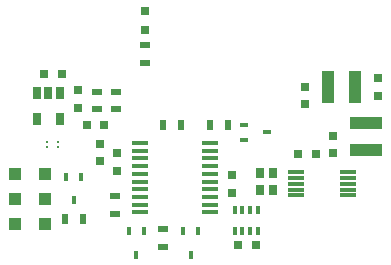
<source format=gbr>
%TF.GenerationSoftware,KiCad,Pcbnew,(5.99.0-2195-g476558ece)*%
%TF.CreationDate,2022-04-08T17:32:19-07:00*%
%TF.ProjectId,wwu_pico1,7777755f-7069-4636-9f31-2e6b69636164,rev?*%
%TF.SameCoordinates,Original*%
%TF.FileFunction,Paste,Top*%
%TF.FilePolarity,Positive*%
%FSLAX46Y46*%
G04 Gerber Fmt 4.6, Leading zero omitted, Abs format (unit mm)*
G04 Created by KiCad (PCBNEW (5.99.0-2195-g476558ece)) date 2022-04-08 17:32:19*
%MOMM*%
%LPD*%
G01*
G04 APERTURE LIST*
%ADD10R,0.800000X0.900000*%
%ADD11R,0.400000X0.650000*%
%ADD12R,1.400000X0.300000*%
%ADD13C,0.250000*%
%ADD14R,1.450000X0.450000*%
%ADD15R,0.650000X1.060000*%
%ADD16R,0.500000X0.900000*%
%ADD17R,0.900000X0.500000*%
%ADD18R,0.700000X0.450000*%
%ADD19R,0.450000X0.700000*%
%ADD20R,1.000000X2.750000*%
%ADD21R,2.750000X1.000000*%
%ADD22R,1.000000X1.000000*%
%ADD23R,0.800000X0.800000*%
%ADD24R,0.750000X0.800000*%
%ADD25R,0.800000X0.750000*%
G04 APERTURE END LIST*
D10*
%TO.C,Y1*%
X141400000Y-80500000D03*
X141400000Y-81900000D03*
X142500000Y-81900000D03*
X142500000Y-80500000D03*
%TD*%
D11*
%TO.C,U5*%
X139225000Y-85375000D03*
X139875000Y-85375000D03*
X140525000Y-85375000D03*
X141175000Y-85375000D03*
X141175000Y-83625000D03*
X140525000Y-83625000D03*
X139875000Y-83625000D03*
X139225000Y-83625000D03*
%TD*%
D12*
%TO.C,U4*%
X148800000Y-80400000D03*
X148800000Y-80900000D03*
X148800000Y-81400000D03*
X148800000Y-81900000D03*
X148800000Y-82400000D03*
X144400000Y-82400000D03*
X144400000Y-81900000D03*
X144400000Y-81400000D03*
X144400000Y-80900000D03*
X144400000Y-80400000D03*
%TD*%
D13*
%TO.C,U3*%
X123300000Y-77895000D03*
X124300000Y-77895000D03*
X124300000Y-78305000D03*
X123300000Y-78305000D03*
%TD*%
D14*
%TO.C,U2*%
X131230000Y-77965000D03*
X131230000Y-78615000D03*
X131230000Y-79265000D03*
X131230000Y-79915000D03*
X131230000Y-80565000D03*
X131230000Y-81215000D03*
X131230000Y-81865000D03*
X131230000Y-82515000D03*
X131230000Y-83165000D03*
X131230000Y-83815000D03*
X137130000Y-83815000D03*
X137130000Y-83165000D03*
X137130000Y-82515000D03*
X137130000Y-81865000D03*
X137130000Y-81215000D03*
X137130000Y-80565000D03*
X137130000Y-79915000D03*
X137130000Y-79265000D03*
X137130000Y-78615000D03*
X137130000Y-77965000D03*
%TD*%
D15*
%TO.C,U1*%
X124400000Y-73700000D03*
X123450000Y-73700000D03*
X122500000Y-73700000D03*
X122500000Y-75900000D03*
X124400000Y-75900000D03*
%TD*%
D16*
%TO.C,R7*%
X138650000Y-76400000D03*
X137150000Y-76400000D03*
%TD*%
D17*
%TO.C,R6*%
X129200000Y-73600000D03*
X129200000Y-75100000D03*
%TD*%
%TO.C,R5*%
X127600000Y-75100000D03*
X127600000Y-73600000D03*
%TD*%
D16*
%TO.C,R4*%
X124850000Y-84400000D03*
X126350000Y-84400000D03*
%TD*%
D17*
%TO.C,R3*%
X129100000Y-83950000D03*
X129100000Y-82450000D03*
%TD*%
%TO.C,R2*%
X133200000Y-86750000D03*
X133200000Y-85250000D03*
%TD*%
%TO.C,R1*%
X131600000Y-69650000D03*
X131600000Y-71150000D03*
%TD*%
D18*
%TO.C,Q4*%
X140000000Y-76400000D03*
X140000000Y-77700000D03*
X142000000Y-77050000D03*
%TD*%
D19*
%TO.C,Q3*%
X126250000Y-80800000D03*
X124950000Y-80800000D03*
X125600000Y-82800000D03*
%TD*%
%TO.C,Q2*%
X131550000Y-85400000D03*
X130250000Y-85400000D03*
X130900000Y-87400000D03*
%TD*%
%TO.C,Q1*%
X136150000Y-85400000D03*
X134850000Y-85400000D03*
X135500000Y-87400000D03*
%TD*%
D20*
%TO.C,L2*%
X149425000Y-73175000D03*
X147125000Y-73175000D03*
%TD*%
D21*
%TO.C,L1*%
X150325000Y-78575000D03*
X150325000Y-76275000D03*
%TD*%
D16*
%TO.C,FB1*%
X133200000Y-76400000D03*
X134700000Y-76400000D03*
%TD*%
D22*
%TO.C,D4*%
X120650000Y-84800000D03*
X123150000Y-84800000D03*
%TD*%
%TO.C,D3*%
X120650000Y-82700000D03*
X123150000Y-82700000D03*
%TD*%
%TO.C,D2*%
X120650000Y-80600000D03*
X123150000Y-80600000D03*
%TD*%
D23*
%TO.C,D1*%
X131600000Y-66800000D03*
X131600000Y-68400000D03*
%TD*%
D24*
%TO.C,C12*%
X145225000Y-73175000D03*
X145225000Y-74675000D03*
%TD*%
%TO.C,C11*%
X151325000Y-73975000D03*
X151325000Y-72475000D03*
%TD*%
%TO.C,C10*%
X147525000Y-77325000D03*
X147525000Y-78825000D03*
%TD*%
D25*
%TO.C,C9*%
X139500000Y-86600000D03*
X141000000Y-86600000D03*
%TD*%
%TO.C,C8*%
X144575000Y-78875000D03*
X146075000Y-78875000D03*
%TD*%
D24*
%TO.C,C7*%
X129300000Y-80300000D03*
X129300000Y-78800000D03*
%TD*%
%TO.C,C6*%
X139000000Y-80650000D03*
X139000000Y-82150000D03*
%TD*%
D25*
%TO.C,C5*%
X128200000Y-76400000D03*
X126700000Y-76400000D03*
%TD*%
D24*
%TO.C,C3*%
X126000000Y-74950000D03*
X126000000Y-73450000D03*
%TD*%
%TO.C,C2*%
X127800000Y-79500000D03*
X127800000Y-78000000D03*
%TD*%
D25*
%TO.C,C1*%
X124600000Y-72100000D03*
X123100000Y-72100000D03*
%TD*%
M02*

</source>
